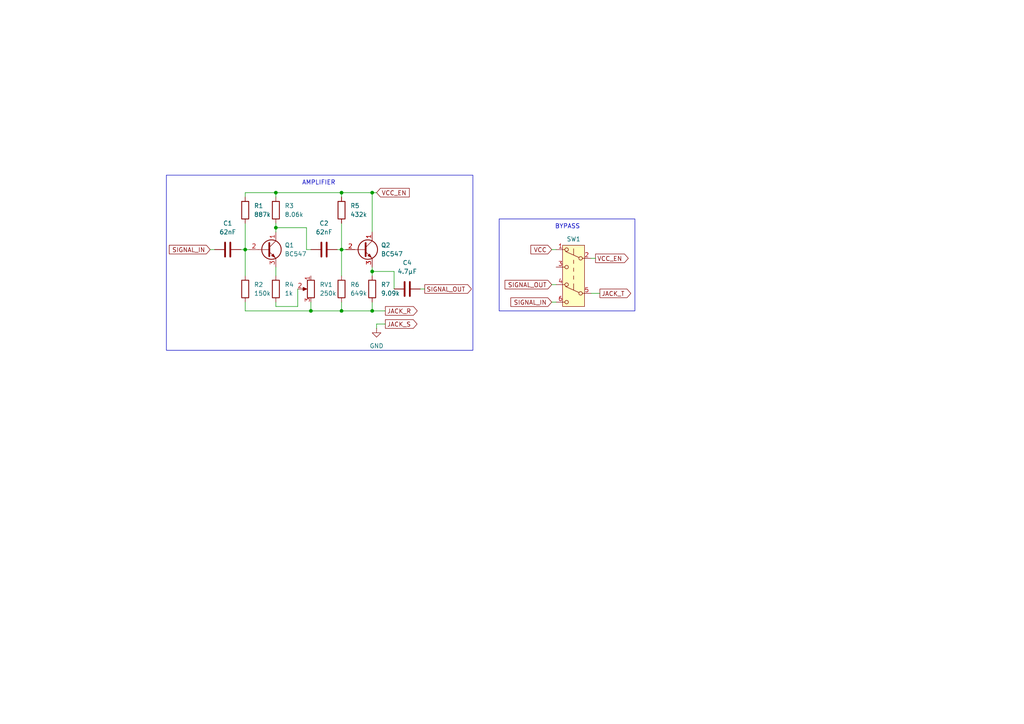
<source format=kicad_sch>
(kicad_sch (version 20250114) (generator "eeschema") (generator_version "9.0")
  (paper "A4")
  (lib_symbols
    (symbol "Device:C" (pin_numbers (hide yes)) (pin_names (offset 0.254))
      (property "Reference" "C" (at 0.635 2.54 0))
      (property "Value" "C" (at 0.635 -2.54 0))
      (symbol "C_0_1"
        (polyline (pts (xy -2.032 0.762) (xy 2.032 0.762)) (stroke (width 0.508)))
        (polyline (pts (xy -2.032 -0.762) (xy 2.032 -0.762)) (stroke (width 0.508)))
      )
      (symbol "C_1_1"
        (pin passive line (at 0 3.81 270) (length 2.794) (name "~") (number "1"))
        (pin passive line (at 0 -3.81 90) (length 2.794) (name "~") (number "2"))
      )
    )
    (symbol "Device:R" (pin_numbers (hide yes)) (pin_names (offset 0))
      (property "Reference" "R" (at 2.032 0 90))
      (property "Value" "R" (at 0 0 90))
      (symbol "R_0_1"
        (rectangle (start -1.016 -2.54) (end 1.016 2.54) (stroke (width 0.254)))
      )
      (symbol "R_1_1"
        (pin passive line (at 0 3.81 270) (length 1.27) (name "~") (number "1"))
        (pin passive line (at 0 -3.81 90) (length 1.27) (name "~") (number "2"))
      )
    )
    (symbol "Device:R_Potentiometer" (pin_names (offset 1.016) (hide yes))
      (property "Reference" "RV" (at -4.445 0 90))
      (property "Value" "R_Potentiometer" (at -2.54 0 90))
      (symbol "R_Potentiometer_0_1"
        (rectangle (start 1.016 2.54) (end -1.016 -2.54) (stroke (width 0.254)))
        (polyline (pts (xy 1.143 0) (xy 2.286 0.508) (xy 2.286 -0.508) (xy 1.143 0)) (fill (type outline)))
        (polyline (pts (xy 2.54 0) (xy 1.524 0)))
      )
      (symbol "R_Potentiometer_1_1"
        (pin passive line (at 0 3.81 270) (length 1.27) (name "1") (number "1"))
        (pin passive line (at 0 -3.81 90) (length 1.27) (name "3") (number "3"))
        (pin passive line (at 3.81 0 180) (length 1.27) (name "2") (number "2"))
      )
    )
    (symbol "Switch:SW_Push_DPDT" (pin_names (offset 0) (hide yes))
      (property "Reference" "SW" (at 0 10.16 0))
      (property "Value" "SW_Push_DPDT" (at 0 -10.16 0))
      (symbol "SW_Push_DPDT_0_0"
        (circle (center -2.032 5.08) (radius 0.508))
        (circle (center -2.032 -5.08) (radius 0.508))
        (circle (center 2.032 2.54) (radius 0.508))
        (circle (center 2.032 -7.62) (radius 0.508))
      )
      (symbol "SW_Push_DPDT_0_1"
        (polyline (pts (xy -1.524 5.334) (xy 2.3368 7.0612)))
        (polyline (pts (xy -1.524 -4.826) (xy 2.3368 -3.0988)))
        (polyline (pts (xy 0 7.874) (xy 0 6.096)))
        (polyline (pts (xy 0 3.556) (xy 0 4.572)))
        (polyline (pts (xy 0 1.27) (xy 0 2.286)))
        (polyline (pts (xy 0 -1.016) (xy 0 0)))
        (polyline (pts (xy 0 -2.286) (xy 0 -4.064)))
        (circle (center 2.032 7.62) (radius 0.508))
        (circle (center 2.032 -2.54) (radius 0.508))
      )
      (symbol "SW_Push_DPDT_1_1"
        (rectangle (start -3.175 8.89) (end 3.175 -8.89) (fill (type background)))
        (pin passive line (at -5.08 5.08 0) (length 2.54) (name "B") (number "2"))
        (pin passive line (at -5.08 -5.08 0) (length 2.54) (name "B") (number "5"))
        (pin passive line (at 5.08 7.62 180) (length 2.54) (name "A") (number "1"))
        (pin passive line (at 5.08 2.54 180) (length 2.54) (name "C") (number "3"))
        (pin passive line (at 5.08 -2.54 180) (length 2.54) (name "A") (number "4"))
        (pin passive line (at 5.08 -7.62 180) (length 2.54) (name "C") (number "6"))
      )
    )
    (symbol "Transistor_BJT:BC547" (pin_names (offset 0) (hide yes))
      (property "Reference" "Q" (at 5.08 1.905 0))
      (property "Value" "BC547" (at 5.08 0 0))
      (symbol "BC547_0_1"
        (polyline (pts (xy -2.54 0) (xy 0.635 0)))
        (polyline (pts (xy 0.635 1.905) (xy 0.635 -1.905)) (stroke (width 0.508)))
        (circle (center 1.27 0) (radius 2.8194) (stroke (width 0.254)))
      )
      (symbol "BC547_1_1"
        (polyline (pts (xy 0.635 0.635) (xy 2.54 2.54)))
        (polyline (pts (xy 0.635 -0.635) (xy 2.54 -2.54)))
        (polyline (pts (xy 1.27 -1.778) (xy 1.778 -1.27) (xy 2.286 -2.286) (xy 1.27 -1.778)) (fill (type outline)))
        (pin input line (at -5.08 0 0) (length 2.54) (name "B") (number "2"))
        (pin passive line (at 2.54 5.08 270) (length 2.54) (name "C") (number "1"))
        (pin passive line (at 2.54 -5.08 90) (length 2.54) (name "E") (number "3"))
      )
    )
    (symbol "power:GND" (power) (pin_numbers (hide yes)) (pin_names (offset 0) (hide yes))
      (property "Value" "GND" (at 0 -3.81 0))
      (symbol "GND_0_1"
        (polyline (pts (xy 0 0) (xy 0 -1.27) (xy 1.27 -1.27) (xy 0 -2.54) (xy -1.27 -1.27) (xy 0 -1.27)))
      )
      (symbol "GND_1_1"
        (pin power_in line (at 0 0 270) (length 0) (name "~") (number "1"))
      )
    )
  )
  (rectangle (start 48.26 50.8) (end 137.16 101.6))
  (rectangle (start 144.78 63.5) (end 184.15 90.17))
  (text "BYPASS" (at 164.592 65.786 0) (effects (font (size 1.27 1.27))))
  (text "AMPLIFIER" (at 92.456 53.086 0) (effects (font (size 1.27 1.27))))
  (junction (at 80.01 55.88))
  (junction (at 99.06 90.17))
  (junction (at 99.06 72.39))
  (junction (at 99.06 55.88))
  (junction (at 107.95 78.74))
  (junction (at 107.95 90.17))
  (junction (at 71.12 72.39))
  (junction (at 107.95 55.88))
  (junction (at 80.01 66.04))
  (junction (at 90.17 90.17))
  (wire (pts (xy 80.01 66.04) (xy 80.01 67.31)))
  (wire (pts (xy 71.12 72.39) (xy 71.12 80.01)))
  (wire (pts (xy 107.95 55.88) (xy 109.22 55.88)))
  (wire (pts (xy 99.06 72.39) (xy 100.33 72.39)))
  (wire (pts (xy 86.36 83.82) (xy 86.36 88.9)))
  (wire (pts (xy 60.96 72.39) (xy 62.23 72.39)))
  (wire (pts (xy 69.85 72.39) (xy 71.12 72.39)))
  (wire (pts (xy 90.17 72.39) (xy 88.9 72.39)))
  (wire (pts (xy 71.12 55.88) (xy 80.01 55.88)))
  (wire (pts (xy 80.01 77.47) (xy 80.01 80.01)))
  (wire (pts (xy 71.12 72.39) (xy 72.39 72.39)))
  (wire (pts (xy 80.01 88.9) (xy 86.36 88.9)))
  (wire (pts (xy 114.3 83.82) (xy 114.3 78.74)))
  (wire (pts (xy 111.76 93.98) (xy 109.22 93.98)))
  (wire (pts (xy 71.12 90.17) (xy 90.17 90.17)))
  (wire (pts (xy 88.9 72.39) (xy 88.9 66.04)))
  (wire (pts (xy 99.06 90.17) (xy 107.95 90.17)))
  (wire (pts (xy 99.06 72.39) (xy 99.06 80.01)))
  (wire (pts (xy 80.01 55.88) (xy 99.06 55.88)))
  (wire (pts (xy 107.95 55.88) (xy 107.95 67.31)))
  (wire (pts (xy 107.95 78.74) (xy 107.95 80.01)))
  (wire (pts (xy 160.02 87.63) (xy 161.29 87.63)))
  (wire (pts (xy 80.01 87.63) (xy 80.01 88.9)))
  (wire (pts (xy 107.95 90.17) (xy 111.76 90.17)))
  (wire (pts (xy 171.45 85.09) (xy 173.99 85.09)))
  (wire (pts (xy 121.92 83.82) (xy 123.19 83.82)))
  (wire (pts (xy 109.22 93.98) (xy 109.22 95.25)))
  (wire (pts (xy 99.06 57.15) (xy 99.06 55.88)))
  (wire (pts (xy 80.01 66.04) (xy 88.9 66.04)))
  (wire (pts (xy 171.45 74.93) (xy 172.72 74.93)))
  (wire (pts (xy 90.17 90.17) (xy 99.06 90.17)))
  (wire (pts (xy 107.95 77.47) (xy 107.95 78.74)))
  (wire (pts (xy 160.02 82.55) (xy 161.29 82.55)))
  (wire (pts (xy 160.02 72.39) (xy 161.29 72.39)))
  (wire (pts (xy 99.06 87.63) (xy 99.06 90.17)))
  (wire (pts (xy 99.06 64.77) (xy 99.06 72.39)))
  (wire (pts (xy 80.01 55.88) (xy 80.01 57.15)))
  (wire (pts (xy 71.12 87.63) (xy 71.12 90.17)))
  (wire (pts (xy 71.12 64.77) (xy 71.12 72.39)))
  (wire (pts (xy 107.95 87.63) (xy 107.95 90.17)))
  (wire (pts (xy 71.12 57.15) (xy 71.12 55.88)))
  (wire (pts (xy 90.17 87.63) (xy 90.17 90.17)))
  (wire (pts (xy 107.95 78.74) (xy 114.3 78.74)))
  (wire (pts (xy 80.01 64.77) (xy 80.01 66.04)))
  (wire (pts (xy 97.79 72.39) (xy 99.06 72.39)))
  (wire (pts (xy 99.06 55.88) (xy 107.95 55.88)))
  (global_label "SIGNAL_IN" (shape input) (at 160.02 87.63 180) (property "Intersheetrefs" "${INTERSHEET_REFS}" (effects (hide yes))))
  (global_label "SIGNAL_OUT" (shape input) (at 160.02 82.55 180) (property "Intersheetrefs" "${INTERSHEET_REFS}" (effects (hide yes))))
  (global_label "SIGNAL_OUT" (shape output) (at 123.19 83.82 0) (property "Intersheetrefs" "${INTERSHEET_REFS}" (effects (hide yes))))
  (global_label "JACK_S" (shape output) (at 111.76 93.98 0) (property "Intersheetrefs" "${INTERSHEET_REFS}" (effects (hide yes))))
  (global_label "VCC" (shape input) (at 160.02 72.39 180) (property "Intersheetrefs" "${INTERSHEET_REFS}" (effects (hide yes))))
  (global_label "VCC_EN" (shape input) (at 109.22 55.88 0) (property "Intersheetrefs" "${INTERSHEET_REFS}" (effects (hide yes))))
  (global_label "SIGNAL_IN" (shape input) (at 60.96 72.39 180) (property "Intersheetrefs" "${INTERSHEET_REFS}" (effects (hide yes))))
  (global_label "JACK_R" (shape output) (at 111.76 90.17 0) (property "Intersheetrefs" "${INTERSHEET_REFS}" (effects (hide yes))))
  (global_label "JACK_T" (shape output) (at 173.99 85.09 0) (property "Intersheetrefs" "${INTERSHEET_REFS}" (effects (hide yes))))
  (global_label "VCC_EN" (shape output) (at 172.72 74.93 0) (property "Intersheetrefs" "${INTERSHEET_REFS}" (effects (hide yes))))
  (symbol (lib_id "Device:R") (at 99.06 60.96 0) (unit 1)
    (property "Reference" "R5" (at 101.6 59.6899 0) (effects (justify left)))
    (property "Value" "432k" (at 101.6 62.2299 0) (effects (justify left)))
    (property "Description" "Resistor" (effects (hide yes)))
  )
  (symbol (lib_id "Device:R") (at 71.12 83.82 0) (unit 1)
    (property "Reference" "R2" (at 73.66 82.5499 0) (effects (justify left)))
    (property "Value" "150k" (at 73.66 85.0899 0) (effects (justify left)))
    (property "Description" "Resistor" (effects (hide yes)))
  )
  (symbol (lib_id "Device:R_Potentiometer") (at 90.17 83.82 0) (mirror y) (unit 1)
    (property "Reference" "RV1" (at 92.71 82.5499 0) (effects (justify right)))
    (property "Value" "250k" (at 92.71 85.0899 0) (effects (justify right)))
    (property "Description" "Potentiometer" (effects (hide yes)))
  )
  (symbol (lib_id "Device:R") (at 107.95 83.82 0) (unit 1)
    (property "Reference" "R7" (at 110.49 82.5499 0) (effects (justify left)))
    (property "Value" "9.09k" (at 110.49 85.0899 0) (effects (justify left)))
    (property "Description" "Resistor" (effects (hide yes)))
  )
  (symbol (lib_id "Device:R") (at 80.01 60.96 0) (unit 1)
    (property "Reference" "R3" (at 82.55 59.6899 0) (effects (justify left)))
    (property "Value" "8.06k" (at 82.55 62.2299 0) (effects (justify left)))
    (property "Description" "Resistor" (effects (hide yes)))
  )
  (symbol (lib_id "Device:R") (at 99.06 83.82 0) (unit 1)
    (property "Reference" "R6" (at 101.6 82.5499 0) (effects (justify left)))
    (property "Value" "649k" (at 101.6 85.0899 0) (effects (justify left)))
    (property "Description" "Resistor" (effects (hide yes)))
  )
  (symbol (lib_id "Transistor_BJT:BC547") (at 77.47 72.39 0) (unit 1)
    (property "Reference" "Q1" (at 82.55 71.1199 0) (effects (justify left)))
    (property "Value" "BC547" (at 82.55 73.6599 0) (effects (justify left)))
    (property "Footprint" "Package_TO_SOT_THT:TO-92_Inline" (effects (hide yes)))
    (property "Datasheet" "https://www.onsemi.com/pub/Collateral/BC550-D.pdf" (effects (hide yes)))
    (property "Description" "0.1A Ic, 45V Vce, Small Signal NPN Transistor, TO-92" (effects (hide yes)))
  )
  (symbol (lib_id "Device:C") (at 118.11 83.82 270) (unit 1)
    (property "Reference" "C4" (at 118.11 76.2 90))
    (property "Value" "4.7μF" (at 118.11 78.74 90))
    (property "Description" "Unpolarized capacitor" (effects (hide yes)))
  )
  (symbol (lib_id "Device:R") (at 71.12 60.96 0) (unit 1)
    (property "Reference" "R1" (at 73.66 59.6899 0) (effects (justify left)))
    (property "Value" "887k" (at 73.66 62.2299 0) (effects (justify left)))
    (property "Description" "Resistor" (effects (hide yes)))
  )
  (symbol (lib_id "Device:C") (at 93.98 72.39 270) (unit 1)
    (property "Reference" "C2" (at 93.98 64.77 90))
    (property "Value" "62nF" (at 93.98 67.31 90))
    (property "Description" "Unpolarized capacitor" (effects (hide yes)))
  )
  (symbol (lib_id "Transistor_BJT:BC547") (at 105.41 72.39 0) (unit 1)
    (property "Reference" "Q2" (at 110.49 71.1199 0) (effects (justify left)))
    (property "Value" "BC547" (at 110.49 73.6599 0) (effects (justify left)))
    (property "Footprint" "Package_TO_SOT_THT:TO-92_Inline" (effects (hide yes)))
    (property "Datasheet" "https://www.onsemi.com/pub/Collateral/BC550-D.pdf" (effects (hide yes)))
    (property "Description" "0.1A Ic, 45V Vce, Small Signal NPN Transistor, TO-92" (effects (hide yes)))
  )
  (symbol (lib_id "Device:R") (at 80.01 83.82 0) (unit 1)
    (property "Reference" "R4" (at 82.55 82.5499 0) (effects (justify left)))
    (property "Value" "1k" (at 82.55 85.0899 0) (effects (justify left)))
    (property "Description" "Resistor" (effects (hide yes)))
  )
  (symbol (lib_id "Device:C") (at 66.04 72.39 270) (unit 1)
    (property "Reference" "C1" (at 66.04 64.77 90))
    (property "Value" "62nF" (at 66.04 67.31 90))
    (property "Description" "Unpolarized capacitor" (effects (hide yes)))
  )
  (symbol (lib_id "power:GND") (at 109.22 95.25 0) (unit 1)
    (property "Reference" "#PWR01" (effects (hide yes)))
    (property "Value" "GND" (at 109.22 100.33 0))
    (property "Description" "Power symbol creates a global label with name \"GND\" , ground" (effects (hide yes)))
  )
  (symbol (lib_id "Switch:SW_Push_DPDT") (at 166.37 80.01 0) (mirror y) (unit 1)
    (property "Reference" "SW1" (at 166.37 69.342 0))
    (property "Value" "SW_Push_DPDT" (effects (hide yes)))
    (property "Description" "Momentary Switch, dual pole double throw" (effects (hide yes)))
  )
)
</source>
